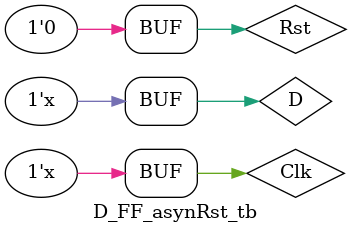
<source format=v>
`timescale 1ns/1ps

module D_FF_asynRst(Q, Qbar, D, Clk, Rst);
	
	output reg Q, Qbar;
	input D, Clk, Rst; 

always@(negedge Clk or posedge Rst)
begin
	if(Rst)
	begin
		Q <= 1'b0;
		Qbar <= 1'b1;

	end
	else
	begin
		Q <= D;
		Qbar <= ~D;

	end


end

endmodule

module D_FF_asynRst_tb();
	
	wire Q, Qbar;
	reg D, Clk, Rst; 

D_FF_asynRst dff0(Q, Qbar, D, Clk, Rst);

initial 
begin
	D = 1'b0;
	Clk = 1'b1;
	Rst = 1'b1;
	Rst = #25 1'b0;

end
always # 22 D = ~D;
always #5 Clk = ~Clk;

endmodule

</source>
